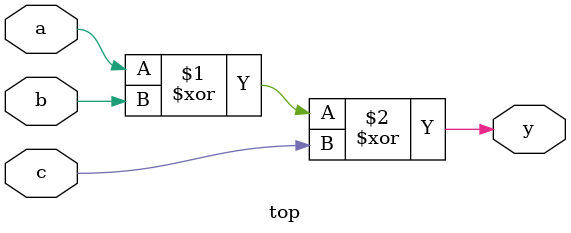
<source format=v>


module top (a, b, c, y);
input a, b, c;
output y;


xor (y, a, b, c);

endmodule

</source>
